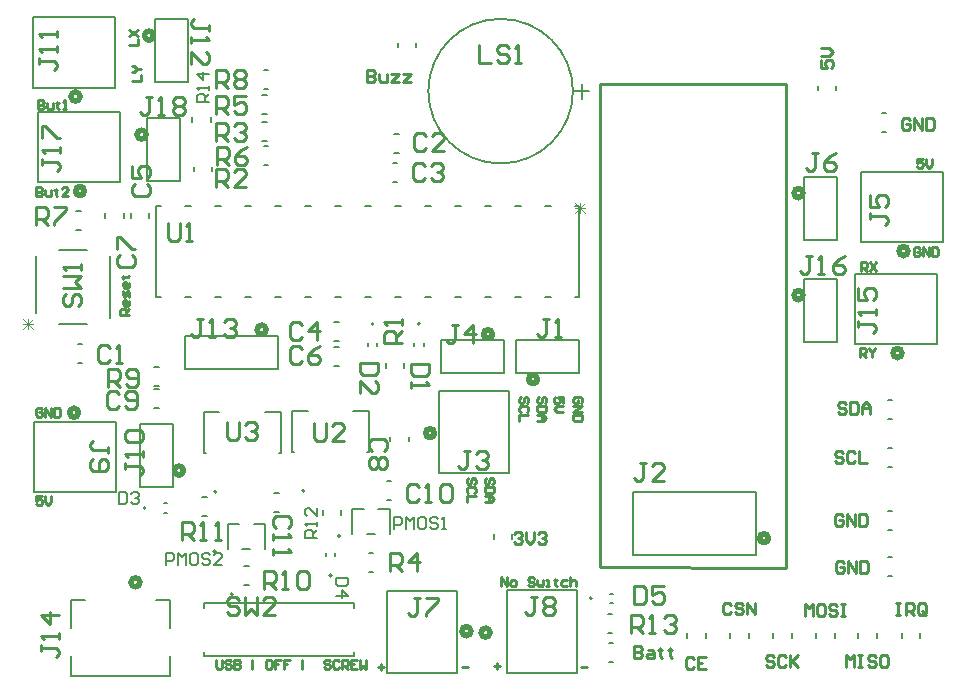
<source format=gbr>
%TF.GenerationSoftware,Altium Limited,Altium Designer,24.10.1 (45)*%
G04 Layer_Color=65535*
%FSLAX25Y25*%
%MOIN*%
%TF.SameCoordinates,9950C81B-CD0A-4F44-AB06-5448DEDD42A1*%
%TF.FilePolarity,Positive*%
%TF.FileFunction,Legend,Top*%
%TF.Part,Single*%
G01*
G75*
%TA.AperFunction,NonConductor*%
%ADD37C,0.02000*%
%ADD38C,0.00787*%
%ADD39C,0.00600*%
%ADD40C,0.00500*%
%ADD41C,0.01000*%
%ADD42C,0.00700*%
%ADD43C,0.00300*%
%ADD44C,0.00800*%
D37*
X253194Y133500D02*
G03*
X253194Y133500I-1500J0D01*
G01*
X141000Y332500D02*
G03*
X141000Y332500I-1500J0D01*
G01*
X392500Y260694D02*
G03*
X392500Y260694I-1500J0D01*
G01*
X178550Y234500D02*
G03*
X178550Y234500I-1500J0D01*
G01*
X118000Y280694D02*
G03*
X118000Y280694I-1500J0D01*
G01*
X246806Y134000D02*
G03*
X246806Y134000I-1500J0D01*
G01*
X138500Y299500D02*
G03*
X138500Y299500I-1500J0D01*
G01*
X151000Y187500D02*
G03*
X151000Y187500I-1500J0D01*
G01*
X234694Y200000D02*
G03*
X234694Y200000I-1500J0D01*
G01*
X357500Y246000D02*
G03*
X357500Y246000I-1500J0D01*
G01*
X116000Y206806D02*
G03*
X116000Y206806I-1500J0D01*
G01*
X390500Y226694D02*
G03*
X390500Y226694I-1500J0D01*
G01*
X116500Y312194D02*
G03*
X116500Y312194I-1500J0D01*
G01*
X136500Y150277D02*
G03*
X136500Y150277I-1500J0D01*
G01*
X357500Y280000D02*
G03*
X357500Y280000I-1500J0D01*
G01*
X254000Y233000D02*
G03*
X254000Y233000I-1500J0D01*
G01*
X269000Y218000D02*
G03*
X269000Y218000I-1500J0D01*
G01*
X346000Y165000D02*
G03*
X346000Y165000I-1500J0D01*
G01*
D38*
X138445Y175000D02*
G03*
X138445Y175000I-394J0D01*
G01*
X287108Y144925D02*
G03*
X287108Y144925I-394J0D01*
G01*
X229894Y236449D02*
G03*
X229894Y236449I-394J0D01*
G01*
X214394D02*
G03*
X214394Y236449I-394J0D01*
G01*
X191339Y180795D02*
G03*
X191339Y180795I-394J0D01*
G01*
X200394Y152551D02*
G03*
X200394Y152551I-394J0D01*
G01*
X161916Y180429D02*
G03*
X161916Y180429I-394J0D01*
G01*
X167433Y146311D02*
G03*
X167433Y146311I-394J0D01*
G01*
D39*
X161800Y160600D02*
G03*
X161800Y160600I-500J0D01*
G01*
X280805Y314000D02*
G03*
X280805Y314000I-24100J0D01*
G01*
X203300Y165600D02*
G03*
X203300Y165600I-500J0D01*
G01*
X228650Y328711D02*
Y330189D01*
X222350Y328711D02*
Y330189D01*
X258694Y120183D02*
Y147583D01*
X282094D01*
Y120183D02*
Y147583D01*
X258694Y120183D02*
X282094D01*
X141500Y317000D02*
Y338000D01*
Y317000D02*
X152500D01*
Y338000D01*
X141500D02*
X152500D01*
X177261Y297350D02*
X178739D01*
X177261Y303650D02*
X178739D01*
X154350Y287261D02*
Y288739D01*
X160650Y287261D02*
Y288739D01*
X160150Y303761D02*
Y305239D01*
X153850Y303761D02*
Y305239D01*
X362350Y314261D02*
Y315739D01*
X368650Y314261D02*
Y315739D01*
X383761Y306650D02*
X385239D01*
X383761Y300350D02*
X385239D01*
X404317Y263694D02*
Y287094D01*
X376917D02*
X404317D01*
X376917Y263694D02*
Y287094D01*
Y263694D02*
X404317D01*
X281402Y245250D02*
X283000D01*
X142000D02*
Y275750D01*
Y245250D02*
X143598D01*
X283000D02*
Y275750D01*
X281410D02*
X283000D01*
X271402D02*
X273590D01*
X261402D02*
X263598D01*
X251402D02*
X253598D01*
X241402D02*
X243598D01*
X231402D02*
X233598D01*
X221402D02*
X223598D01*
X211402D02*
X213598D01*
X201402D02*
X203598D01*
X191402D02*
X193598D01*
X181402D02*
X183598D01*
X171402D02*
X173598D01*
X161402D02*
X163598D01*
X151402D02*
X153598D01*
X142000D02*
X143598D01*
X151402Y245250D02*
X153598D01*
X161402D02*
X163598D01*
X171402D02*
X173598D01*
X181402D02*
X183598D01*
X191402D02*
X193598D01*
X201402D02*
X203598D01*
X211402D02*
X213598D01*
X221402D02*
X223598D01*
X231402D02*
X233598D01*
X241402D02*
X243598D01*
X251402D02*
X253598D01*
X261402D02*
X263598D01*
X271402D02*
X273598D01*
X292511Y139650D02*
X293989D01*
X292511Y133350D02*
X293989D01*
X292761Y123850D02*
X294239D01*
X292761Y130150D02*
X294239D01*
X318850Y131761D02*
Y133239D01*
X325150Y131761D02*
Y133239D01*
X333140Y131761D02*
Y133239D01*
X339440Y131761D02*
Y133239D01*
X347430Y131761D02*
Y133239D01*
X353730Y131761D02*
Y133239D01*
X396650Y131761D02*
Y133239D01*
X390350Y131761D02*
Y133239D01*
X375850Y131761D02*
Y133239D01*
X382150Y131761D02*
Y133239D01*
X361720Y131761D02*
Y133239D01*
X368020Y131761D02*
Y133239D01*
X385761Y188850D02*
X387239D01*
X385761Y195150D02*
X387239D01*
X385761Y204850D02*
X387239D01*
X385761Y211150D02*
X387239D01*
X385761Y167850D02*
X387239D01*
X385761Y174150D02*
X387239D01*
X385761Y152350D02*
X387239D01*
X385761Y158650D02*
X387239D01*
X254350Y164761D02*
Y166239D01*
X260650Y164761D02*
Y166239D01*
X151550Y232500D02*
X182550D01*
X151550Y221500D02*
Y232500D01*
Y221500D02*
X182550D01*
Y232500D01*
X141261Y214650D02*
X142739D01*
X141261Y208350D02*
X142739D01*
X218350Y221761D02*
Y223239D01*
X224650Y221761D02*
Y223239D01*
X181261Y173850D02*
X182739D01*
X181261Y180150D02*
X182739D01*
X165800Y161450D02*
Y169550D01*
X174410D02*
X178200D01*
Y161450D02*
Y169550D01*
X170670Y161450D02*
X173330D01*
X165800Y169550D02*
X169590D01*
X157261Y172350D02*
X158739D01*
X157261Y178650D02*
X158739D01*
X203650Y172761D02*
Y174239D01*
X197350Y172761D02*
Y174239D01*
X219850Y197261D02*
Y198739D01*
X226150Y197261D02*
Y198739D01*
X218761Y177850D02*
X220239D01*
X218761Y184150D02*
X220239D01*
X171261Y149350D02*
X172739D01*
X171261Y155650D02*
X172739D01*
X212761Y153850D02*
X214239D01*
X212761Y160150D02*
X214239D01*
X141261Y222150D02*
X142739D01*
X141261Y215850D02*
X142739D01*
X139650Y271761D02*
Y273239D01*
X133350Y271761D02*
Y273239D01*
X124850Y271761D02*
Y273239D01*
X131150Y271761D02*
Y273239D01*
X115261Y274150D02*
X116739D01*
X115261Y267850D02*
X116739D01*
X129817Y283694D02*
Y307094D01*
X102417D02*
X129817D01*
X102417Y283694D02*
Y307094D01*
Y283694D02*
X129817D01*
X126442Y238510D02*
Y259080D01*
X109515Y261095D02*
X118769D01*
X101842Y240164D02*
Y259080D01*
X109544Y236495D02*
X118769D01*
X283805Y311500D02*
Y316500D01*
X281305Y314000D02*
X286305D01*
X177761Y289350D02*
X179239D01*
X177761Y295650D02*
X179239D01*
X177211Y306350D02*
X178689D01*
X177211Y312650D02*
X178689D01*
X177761Y321150D02*
X179239D01*
X177761Y314850D02*
X179239D01*
X218906Y147317D02*
X242306D01*
X218906Y119917D02*
Y147317D01*
Y119917D02*
X242306D01*
Y147317D01*
X221261Y299600D02*
X222739D01*
X221261Y293300D02*
X222739D01*
X220761Y290100D02*
X222239D01*
X220761Y283800D02*
X222239D01*
X139000Y284000D02*
Y305000D01*
Y284000D02*
X150000D01*
Y305000D01*
X139000D02*
X150000D01*
X136500Y182000D02*
X147500D01*
X136500D02*
Y203000D01*
X147500D01*
Y182000D02*
Y203000D01*
X201261Y230850D02*
X202739D01*
X201261Y237150D02*
X202739D01*
X201311Y222350D02*
X202789D01*
X201311Y228650D02*
X202789D01*
X207300Y166450D02*
Y174550D01*
X215910D02*
X219700D01*
Y166450D02*
Y174550D01*
X212170Y166450D02*
X214830D01*
X207300Y174550D02*
X211090D01*
X236194Y186683D02*
X259594D01*
Y214083D01*
X236194D02*
X259594D01*
X236194Y186683D02*
Y214083D01*
X358000Y230500D02*
Y251500D01*
Y230500D02*
X369000D01*
Y251500D01*
X358000D02*
X369000D01*
X101183Y180406D02*
Y203806D01*
Y180406D02*
X128583D01*
Y203806D01*
X101183D02*
X128583D01*
X402317Y229694D02*
Y253094D01*
X374917D02*
X402317D01*
X374917Y229694D02*
Y253094D01*
Y229694D02*
X402317D01*
X128317Y315194D02*
Y338594D01*
X100917D02*
X128317D01*
X100917Y315194D02*
Y338594D01*
Y315194D02*
X128317D01*
X115761Y223350D02*
X117239D01*
X115761Y229650D02*
X117239D01*
X113350Y119186D02*
Y125847D01*
Y144386D02*
X118298D01*
X146650Y135153D02*
Y144386D01*
X113350Y119186D02*
X146650D01*
X141701Y144386D02*
X146650D01*
X113350Y135153D02*
Y144386D01*
X146650Y119186D02*
Y125847D01*
X358000Y264500D02*
Y285500D01*
Y264500D02*
X369000D01*
Y285500D01*
X358000D02*
X369000D01*
X237000Y231000D02*
X258000D01*
X237000Y220000D02*
Y231000D01*
Y220000D02*
X258000D01*
Y231000D01*
X262000Y220000D02*
X283000D01*
Y231000D01*
X262000D02*
X283000D01*
X262000Y220000D02*
Y231000D01*
X342000Y159500D02*
Y180421D01*
X301000Y159500D02*
X342000D01*
X301000D02*
Y180421D01*
X342000D01*
D40*
X144587Y176575D02*
X145413D01*
X144587Y173425D02*
X145413D01*
X293250Y146500D02*
X294077D01*
X293250Y143350D02*
X294077D01*
X231075Y229087D02*
Y229913D01*
X227925Y229087D02*
Y229913D01*
X215575Y229087D02*
Y229913D01*
X212425Y229087D02*
Y229913D01*
X187205Y193610D02*
X187854D01*
X212146D02*
X212795D01*
X187205Y207390D02*
X192382D01*
X207618D02*
X212795D01*
X187205Y193610D02*
Y207390D01*
X212795Y193610D02*
Y207390D01*
X198425Y159087D02*
Y159913D01*
X201575Y159087D02*
Y159913D01*
X157782Y193244D02*
X158431D01*
X182723D02*
X183372D01*
X157782Y207023D02*
X162959D01*
X178195D02*
X183372D01*
X157782Y193244D02*
Y207023D01*
X183372Y193244D02*
Y207023D01*
X157787Y141783D02*
Y143358D01*
X207787D01*
Y141783D02*
Y143358D01*
X157787Y125642D02*
Y127216D01*
Y125642D02*
X207787D01*
Y127216D01*
D41*
X290000Y155500D02*
Y316500D01*
X352000D01*
Y155000D02*
Y316500D01*
X351000Y155000D02*
X352000D01*
X290000Y155500D02*
X351000Y155000D01*
X212169Y320999D02*
Y317001D01*
X214168D01*
X214835Y317667D01*
Y318334D01*
X214168Y319000D01*
X212169D01*
X214168D01*
X214835Y319666D01*
Y320333D01*
X214168Y320999D01*
X212169D01*
X216168Y319666D02*
Y317667D01*
X216834Y317001D01*
X218834D01*
Y319666D01*
X220166D02*
X222832D01*
X220166Y317001D01*
X222832D01*
X224165Y319666D02*
X226831D01*
X224165Y317001D01*
X226831D01*
X283500Y122000D02*
X285499D01*
X244000D02*
X245999D01*
X216000Y122000D02*
X217999D01*
X217000Y122999D02*
Y121000D01*
X269000Y145499D02*
X267001D01*
X268001D01*
Y140501D01*
X267001Y139501D01*
X266001D01*
X265002Y140501D01*
X271000Y144499D02*
X271999Y145499D01*
X273999D01*
X274998Y144499D01*
Y143500D01*
X273999Y142500D01*
X274998Y141500D01*
Y140501D01*
X273999Y139501D01*
X271999D01*
X271000Y140501D01*
Y141500D01*
X271999Y142500D01*
X271000Y143500D01*
Y144499D01*
X271999Y142500D02*
X273999D01*
X254500Y122500D02*
X256499D01*
X255500Y123499D02*
Y121500D01*
X162000Y124499D02*
Y122000D01*
X162500Y121500D01*
X163499D01*
X163999Y122000D01*
Y124499D01*
X166998Y123999D02*
X166499Y124499D01*
X165499D01*
X164999Y123999D01*
Y123499D01*
X165499Y123000D01*
X166499D01*
X166998Y122500D01*
Y122000D01*
X166499Y121500D01*
X165499D01*
X164999Y122000D01*
X167998Y124499D02*
Y121500D01*
X169498D01*
X169997Y122000D01*
Y122500D01*
X169498Y123000D01*
X167998D01*
X169498D01*
X169997Y123499D01*
Y123999D01*
X169498Y124499D01*
X167998D01*
X173996D02*
Y121500D01*
X179994Y124499D02*
X178995D01*
X178495Y123999D01*
Y122000D01*
X178995Y121500D01*
X179994D01*
X180494Y122000D01*
Y123999D01*
X179994Y124499D01*
X183493D02*
X181494D01*
Y123000D01*
X182493D01*
X181494D01*
Y121500D01*
X186492Y124499D02*
X184493D01*
Y123000D01*
X185492D01*
X184493D01*
Y121500D01*
X190491Y124499D02*
Y121500D01*
X199988Y123999D02*
X199488Y124499D01*
X198488D01*
X197988Y123999D01*
Y123499D01*
X198488Y123000D01*
X199488D01*
X199988Y122500D01*
Y122000D01*
X199488Y121500D01*
X198488D01*
X197988Y122000D01*
X202987Y123999D02*
X202487Y124499D01*
X201487D01*
X200987Y123999D01*
Y122000D01*
X201487Y121500D01*
X202487D01*
X202987Y122000D01*
X203986Y121500D02*
Y124499D01*
X205486D01*
X205986Y123999D01*
Y123000D01*
X205486Y122500D01*
X203986D01*
X204986D02*
X205986Y121500D01*
X208985Y124499D02*
X206985D01*
Y121500D01*
X208985D01*
X206985Y123000D02*
X207985D01*
X209984Y124499D02*
Y121500D01*
X210984Y122500D01*
X211984Y121500D01*
Y124499D01*
X257000Y149000D02*
Y151999D01*
X258999Y149000D01*
Y151999D01*
X260499Y149000D02*
X261498D01*
X261998Y149500D01*
Y150499D01*
X261498Y150999D01*
X260499D01*
X259999Y150499D01*
Y149500D01*
X260499Y149000D01*
X267996Y151499D02*
X267497Y151999D01*
X266497D01*
X265997Y151499D01*
Y150999D01*
X266497Y150499D01*
X267497D01*
X267996Y150000D01*
Y149500D01*
X267497Y149000D01*
X266497D01*
X265997Y149500D01*
X268996Y150999D02*
Y149500D01*
X269496Y149000D01*
X269996Y149500D01*
X270496Y149000D01*
X270995Y149500D01*
Y150999D01*
X271995Y149000D02*
X272995D01*
X272495D01*
Y150999D01*
X271995D01*
X274994Y151499D02*
Y150999D01*
X274494D01*
X275494D01*
X274994D01*
Y149500D01*
X275494Y149000D01*
X278993Y150999D02*
X277493D01*
X276993Y150499D01*
Y149500D01*
X277493Y149000D01*
X278993D01*
X279993Y151999D02*
Y149000D01*
Y150499D01*
X280492Y150999D01*
X281492D01*
X281992Y150499D01*
Y149000D01*
X376500Y225500D02*
Y228499D01*
X377999D01*
X378499Y227999D01*
Y226999D01*
X377999Y226500D01*
X376500D01*
X377500D02*
X378499Y225500D01*
X379499Y228499D02*
Y227999D01*
X380499Y226999D01*
X381498Y227999D01*
Y228499D01*
X380499Y226999D02*
Y225500D01*
X377000Y254000D02*
Y256999D01*
X378500D01*
X378999Y256499D01*
Y255500D01*
X378500Y255000D01*
X377000D01*
X378000D02*
X378999Y254000D01*
X379999Y256999D02*
X381998Y254000D01*
Y256999D02*
X379999Y254000D01*
X396499Y261499D02*
X396000Y261999D01*
X395000D01*
X394500Y261499D01*
Y259500D01*
X395000Y259000D01*
X396000D01*
X396499Y259500D01*
Y260500D01*
X395500D01*
X397499Y259000D02*
Y261999D01*
X399498Y259000D01*
Y261999D01*
X400498D02*
Y259000D01*
X401998D01*
X402497Y259500D01*
Y261499D01*
X401998Y261999D01*
X400498D01*
X397499Y291499D02*
X395500D01*
Y290000D01*
X396500Y290499D01*
X397000D01*
X397499Y290000D01*
Y289000D01*
X397000Y288500D01*
X396000D01*
X395500Y289000D01*
X398499Y291499D02*
Y289500D01*
X399499Y288500D01*
X400498Y289500D01*
Y291499D01*
X133001Y329500D02*
X136000D01*
Y331499D01*
X133001Y332499D02*
X136000Y334498D01*
X133001D02*
X136000Y332499D01*
X159499Y333999D02*
Y335998D01*
Y334998D01*
X154501D01*
X153501Y335998D01*
Y336998D01*
X154501Y337998D01*
X153501Y331999D02*
Y330000D01*
Y331000D01*
X159499D01*
X158499Y331999D01*
X153501Y323002D02*
Y327001D01*
X157500Y323002D01*
X158499D01*
X159499Y324002D01*
Y326002D01*
X158499Y327001D01*
X134001Y317500D02*
X137000D01*
Y319499D01*
X134001Y320499D02*
X134501D01*
X135501Y321499D01*
X134501Y322498D01*
X134001D01*
X135501Y321499D02*
X137000D01*
X102500Y310999D02*
Y308000D01*
X103999D01*
X104499Y308500D01*
Y309000D01*
X103999Y309500D01*
X102500D01*
X103999D01*
X104499Y309999D01*
Y310499D01*
X103999Y310999D01*
X102500D01*
X105499Y309999D02*
Y308500D01*
X105999Y308000D01*
X107498D01*
Y309999D01*
X108998Y310499D02*
Y309999D01*
X108498D01*
X109498D01*
X108998D01*
Y308500D01*
X109498Y308000D01*
X110997D02*
X111997D01*
X111497D01*
Y310999D01*
X110997Y310499D01*
X102000Y281999D02*
Y279000D01*
X103499D01*
X103999Y279500D01*
Y280000D01*
X103499Y280500D01*
X102000D01*
X103499D01*
X103999Y280999D01*
Y281499D01*
X103499Y281999D01*
X102000D01*
X104999Y280999D02*
Y279500D01*
X105499Y279000D01*
X106998D01*
Y280999D01*
X108498Y281499D02*
Y280999D01*
X107998D01*
X108998D01*
X108498D01*
Y279500D01*
X108998Y279000D01*
X112497D02*
X110497D01*
X112497Y280999D01*
Y281499D01*
X111997Y281999D01*
X110997D01*
X110497Y281499D01*
X162002Y297501D02*
Y303499D01*
X165001D01*
X166000Y302499D01*
Y300500D01*
X165001Y299500D01*
X162002D01*
X164001D02*
X166000Y297501D01*
X168000Y302499D02*
X168999Y303499D01*
X170999D01*
X171998Y302499D01*
Y301500D01*
X170999Y300500D01*
X169999D01*
X170999D01*
X171998Y299500D01*
Y298501D01*
X170999Y297501D01*
X168999D01*
X168000Y298501D01*
X162002Y282001D02*
Y287999D01*
X165001D01*
X166000Y286999D01*
Y285000D01*
X165001Y284000D01*
X162002D01*
X164001D02*
X166000Y282001D01*
X171998D02*
X168000D01*
X171998Y286000D01*
Y286999D01*
X170999Y287999D01*
X168999D01*
X168000Y286999D01*
X133000Y239500D02*
X130001D01*
Y241000D01*
X130501Y241499D01*
X131500D01*
X132000Y241000D01*
Y239500D01*
Y240500D02*
X133000Y241499D01*
Y243999D02*
Y242999D01*
X132500Y242499D01*
X131500D01*
X131001Y242999D01*
Y243999D01*
X131500Y244498D01*
X132000D01*
Y242499D01*
X133000Y245498D02*
Y246998D01*
X132500Y247497D01*
X132000Y246998D01*
Y245998D01*
X131500Y245498D01*
X131001Y245998D01*
Y247497D01*
X133000Y249997D02*
Y248997D01*
X132500Y248497D01*
X131500D01*
X131001Y248997D01*
Y249997D01*
X131500Y250496D01*
X132000D01*
Y248497D01*
X130501Y251996D02*
X131001D01*
Y251496D01*
Y252496D01*
Y251996D01*
X132500D01*
X133000Y252496D01*
X103999Y178999D02*
X102000D01*
Y177499D01*
X103000Y177999D01*
X103499D01*
X103999Y177499D01*
Y176500D01*
X103499Y176000D01*
X102500D01*
X102000Y176500D01*
X104999Y178999D02*
Y177000D01*
X105999Y176000D01*
X106998Y177000D01*
Y178999D01*
X103999Y207999D02*
X103499Y208499D01*
X102500D01*
X102000Y207999D01*
Y206000D01*
X102500Y205500D01*
X103499D01*
X103999Y206000D01*
Y206999D01*
X103000D01*
X104999Y205500D02*
Y208499D01*
X106998Y205500D01*
Y208499D01*
X107998D02*
Y205500D01*
X109498D01*
X109997Y206000D01*
Y207999D01*
X109498Y208499D01*
X107998D01*
X253999Y183001D02*
X254499Y183501D01*
Y184500D01*
X253999Y185000D01*
X253499D01*
X252999Y184500D01*
Y183501D01*
X252500Y183001D01*
X252000D01*
X251500Y183501D01*
Y184500D01*
X252000Y185000D01*
X254499Y182001D02*
X251500D01*
Y180501D01*
X252000Y180002D01*
X253999D01*
X254499Y180501D01*
Y182001D01*
X251500Y179002D02*
X253499D01*
X254499Y178002D01*
X253499Y177003D01*
X251500D01*
X252999D01*
Y179002D01*
X247999Y183001D02*
X248499Y183501D01*
Y184500D01*
X247999Y185000D01*
X247499D01*
X247000Y184500D01*
Y183501D01*
X246500Y183001D01*
X246000D01*
X245500Y183501D01*
Y184500D01*
X246000Y185000D01*
X247999Y180002D02*
X248499Y180501D01*
Y181501D01*
X247999Y182001D01*
X246000D01*
X245500Y181501D01*
Y180501D01*
X246000Y180002D01*
X248499Y179002D02*
X245500D01*
Y177003D01*
X265499Y210001D02*
X265999Y210501D01*
Y211500D01*
X265499Y212000D01*
X264999D01*
X264499Y211500D01*
Y210501D01*
X264000Y210001D01*
X263500D01*
X263000Y210501D01*
Y211500D01*
X263500Y212000D01*
X265499Y207002D02*
X265999Y207502D01*
Y208501D01*
X265499Y209001D01*
X263500D01*
X263000Y208501D01*
Y207502D01*
X263500Y207002D01*
X265999Y206002D02*
X263000D01*
Y204003D01*
X271499Y210001D02*
X271999Y210501D01*
Y211500D01*
X271499Y212000D01*
X270999D01*
X270499Y211500D01*
Y210501D01*
X270000Y210001D01*
X269500D01*
X269000Y210501D01*
Y211500D01*
X269500Y212000D01*
X271999Y209001D02*
X269000D01*
Y207502D01*
X269500Y207002D01*
X271499D01*
X271999Y207502D01*
Y209001D01*
X269000Y206002D02*
X270999D01*
X271999Y205002D01*
X270999Y204003D01*
X269000D01*
X270499D01*
Y206002D01*
X277499Y210001D02*
Y212000D01*
X275999D01*
X276499Y211000D01*
Y210501D01*
X275999Y210001D01*
X275000D01*
X274500Y210501D01*
Y211500D01*
X275000Y212000D01*
X277499Y209001D02*
X275500D01*
X274500Y208001D01*
X275500Y207002D01*
X277499D01*
X283499Y210001D02*
X283999Y210501D01*
Y211500D01*
X283499Y212000D01*
X281500D01*
X281000Y211500D01*
Y210501D01*
X281500Y210001D01*
X282500D01*
Y211000D01*
X281000Y209001D02*
X283999D01*
X281000Y207002D01*
X283999D01*
Y206002D02*
X281000D01*
Y204502D01*
X281500Y204003D01*
X283499D01*
X283999Y204502D01*
Y206002D01*
X363501Y324334D02*
Y321668D01*
X365500D01*
X364834Y323001D01*
Y323667D01*
X365500Y324334D01*
X366833D01*
X367499Y323667D01*
Y322334D01*
X366833Y321668D01*
X363501Y325666D02*
X366166D01*
X367499Y326999D01*
X366166Y328332D01*
X363501D01*
X393334Y304333D02*
X392668Y304999D01*
X391335D01*
X390668Y304333D01*
Y301667D01*
X391335Y301001D01*
X392668D01*
X393334Y301667D01*
Y303000D01*
X392001D01*
X394667Y301001D02*
Y304999D01*
X397333Y301001D01*
Y304999D01*
X398666D02*
Y301001D01*
X400665D01*
X401332Y301667D01*
Y304333D01*
X400665Y304999D01*
X398666D01*
X380001Y273500D02*
Y271501D01*
Y272501D01*
X384999D01*
X385999Y271501D01*
Y270501D01*
X384999Y269502D01*
X380001Y279498D02*
Y275500D01*
X383000D01*
X382000Y277499D01*
Y278499D01*
X383000Y279498D01*
X384999D01*
X385999Y278499D01*
Y276499D01*
X384999Y275500D01*
X146001Y269999D02*
Y265001D01*
X147001Y264001D01*
X149000D01*
X150000Y265001D01*
Y269999D01*
X151999Y264001D02*
X153999D01*
X152999D01*
Y269999D01*
X151999Y268999D01*
X300252Y133501D02*
Y139499D01*
X303252D01*
X304251Y138499D01*
Y136500D01*
X303252Y135500D01*
X300252D01*
X302252D02*
X304251Y133501D01*
X306251D02*
X308250D01*
X307250D01*
Y139499D01*
X306251Y138499D01*
X311249D02*
X312248Y139499D01*
X314248D01*
X315248Y138499D01*
Y137500D01*
X314248Y136500D01*
X313248D01*
X314248D01*
X315248Y135500D01*
Y134501D01*
X314248Y133501D01*
X312248D01*
X311249Y134501D01*
X301169Y128999D02*
Y125001D01*
X303168D01*
X303835Y125667D01*
Y126333D01*
X303168Y127000D01*
X301169D01*
X303168D01*
X303835Y127666D01*
Y128333D01*
X303168Y128999D01*
X301169D01*
X305834Y127666D02*
X307167D01*
X307833Y127000D01*
Y125001D01*
X305834D01*
X305167Y125667D01*
X305834Y126333D01*
X307833D01*
X309833Y128333D02*
Y127666D01*
X309166D01*
X310499D01*
X309833D01*
Y125667D01*
X310499Y125001D01*
X313165Y128333D02*
Y127666D01*
X312498D01*
X313831D01*
X313165D01*
Y125667D01*
X313831Y125001D01*
X321334Y124833D02*
X320667Y125499D01*
X319334D01*
X318668Y124833D01*
Y122167D01*
X319334Y121501D01*
X320667D01*
X321334Y122167D01*
X325332Y125499D02*
X322667D01*
Y121501D01*
X325332D01*
X322667Y123500D02*
X323999D01*
X333624Y142883D02*
X332958Y143549D01*
X331625D01*
X330958Y142883D01*
Y140217D01*
X331625Y139551D01*
X332958D01*
X333624Y140217D01*
X337623Y142883D02*
X336956Y143549D01*
X335624D01*
X334957Y142883D01*
Y142217D01*
X335624Y141550D01*
X336956D01*
X337623Y140884D01*
Y140217D01*
X336956Y139551D01*
X335624D01*
X334957Y140217D01*
X338956Y139551D02*
Y143549D01*
X341622Y139551D01*
Y143549D01*
X347914Y125333D02*
X347248Y125999D01*
X345915D01*
X345248Y125333D01*
Y124667D01*
X345915Y124000D01*
X347248D01*
X347914Y123334D01*
Y122667D01*
X347248Y122001D01*
X345915D01*
X345248Y122667D01*
X351913Y125333D02*
X351247Y125999D01*
X349914D01*
X349247Y125333D01*
Y122667D01*
X349914Y122001D01*
X351247D01*
X351913Y122667D01*
X353246Y125999D02*
Y122001D01*
Y123334D01*
X355912Y125999D01*
X353912Y124000D01*
X355912Y122001D01*
X388502Y143499D02*
X389834D01*
X389168D01*
Y139501D01*
X388502D01*
X389834D01*
X391834D02*
Y143499D01*
X393833D01*
X394500Y142833D01*
Y141500D01*
X393833Y140833D01*
X391834D01*
X393167D02*
X394500Y139501D01*
X398498Y140167D02*
Y142833D01*
X397832Y143499D01*
X396499D01*
X395833Y142833D01*
Y140167D01*
X396499Y139501D01*
X397832D01*
X397165Y140833D02*
X398498Y139501D01*
X397832D02*
X398498Y140167D01*
X372002Y122001D02*
Y125999D01*
X373335Y124667D01*
X374668Y125999D01*
Y122001D01*
X376001Y125999D02*
X377334D01*
X376667D01*
Y122001D01*
X376001D01*
X377334D01*
X381999Y125333D02*
X381333Y125999D01*
X380000D01*
X379333Y125333D01*
Y124667D01*
X380000Y124000D01*
X381333D01*
X381999Y123334D01*
Y122667D01*
X381333Y122001D01*
X380000D01*
X379333Y122667D01*
X385331Y125999D02*
X383998D01*
X383332Y125333D01*
Y122667D01*
X383998Y122001D01*
X385331D01*
X385998Y122667D01*
Y125333D01*
X385331Y125999D01*
X358155Y139001D02*
Y142999D01*
X359488Y141666D01*
X360821Y142999D01*
Y139001D01*
X364154Y142999D02*
X362821D01*
X362154Y142333D01*
Y139667D01*
X362821Y139001D01*
X364154D01*
X364820Y139667D01*
Y142333D01*
X364154Y142999D01*
X368819Y142333D02*
X368152Y142999D01*
X366819D01*
X366153Y142333D01*
Y141666D01*
X366819Y141000D01*
X368152D01*
X368819Y140333D01*
Y139667D01*
X368152Y139001D01*
X366819D01*
X366153Y139667D01*
X370152Y142999D02*
X371484D01*
X370818D01*
Y139001D01*
X370152D01*
X371484D01*
X370834Y193333D02*
X370168Y193999D01*
X368835D01*
X368168Y193333D01*
Y192666D01*
X368835Y192000D01*
X370168D01*
X370834Y191333D01*
Y190667D01*
X370168Y190001D01*
X368835D01*
X368168Y190667D01*
X374833Y193333D02*
X374166Y193999D01*
X372834D01*
X372167Y193333D01*
Y190667D01*
X372834Y190001D01*
X374166D01*
X374833Y190667D01*
X376166Y193999D02*
Y190001D01*
X378832D01*
X371834Y209833D02*
X371168Y210499D01*
X369835D01*
X369168Y209833D01*
Y209166D01*
X369835Y208500D01*
X371168D01*
X371834Y207834D01*
Y207167D01*
X371168Y206501D01*
X369835D01*
X369168Y207167D01*
X373167Y210499D02*
Y206501D01*
X375166D01*
X375833Y207167D01*
Y209833D01*
X375166Y210499D01*
X373167D01*
X377166Y206501D02*
Y209166D01*
X378499Y210499D01*
X379832Y209166D01*
Y206501D01*
Y208500D01*
X377166D01*
X370784Y172333D02*
X370118Y172999D01*
X368785D01*
X368118Y172333D01*
Y169667D01*
X368785Y169001D01*
X370118D01*
X370784Y169667D01*
Y171000D01*
X369451D01*
X372117Y169001D02*
Y172999D01*
X374783Y169001D01*
Y172999D01*
X376116D02*
Y169001D01*
X378115D01*
X378782Y169667D01*
Y172333D01*
X378115Y172999D01*
X376116D01*
X371334Y156833D02*
X370668Y157499D01*
X369335D01*
X368668Y156833D01*
Y154167D01*
X369335Y153501D01*
X370668D01*
X371334Y154167D01*
Y155500D01*
X370001D01*
X372667Y153501D02*
Y157499D01*
X375333Y153501D01*
Y157499D01*
X376666D02*
Y153501D01*
X378665D01*
X379332Y154167D01*
Y156833D01*
X378665Y157499D01*
X376666D01*
X261168Y166383D02*
X261835Y167049D01*
X263168D01*
X263834Y166383D01*
Y165717D01*
X263168Y165050D01*
X262501D01*
X263168D01*
X263834Y164383D01*
Y163717D01*
X263168Y163051D01*
X261835D01*
X261168Y163717D01*
X265167Y167049D02*
Y164383D01*
X266500Y163051D01*
X267833Y164383D01*
Y167049D01*
X269166Y166383D02*
X269832Y167049D01*
X271165D01*
X271832Y166383D01*
Y165717D01*
X271165Y165050D01*
X270499D01*
X271165D01*
X271832Y164383D01*
Y163717D01*
X271165Y163051D01*
X269832D01*
X269166Y163717D01*
X157501Y237999D02*
X155502D01*
X156501D01*
Y233001D01*
X155502Y232001D01*
X154502D01*
X153502Y233001D01*
X159501Y232001D02*
X161500D01*
X160500D01*
Y237999D01*
X159501Y236999D01*
X164499D02*
X165499Y237999D01*
X167498D01*
X168498Y236999D01*
Y236000D01*
X167498Y235000D01*
X166498D01*
X167498D01*
X168498Y234000D01*
Y233001D01*
X167498Y232001D01*
X165499D01*
X164499Y233001D01*
X129500Y212999D02*
X128501Y213999D01*
X126501D01*
X125502Y212999D01*
Y209001D01*
X126501Y208001D01*
X128501D01*
X129500Y209001D01*
X131500D02*
X132499Y208001D01*
X134499D01*
X135498Y209001D01*
Y212999D01*
X134499Y213999D01*
X132499D01*
X131500Y212999D01*
Y212000D01*
X132499Y211000D01*
X135498D01*
X301165Y148924D02*
Y142926D01*
X304164D01*
X305164Y143926D01*
Y147924D01*
X304164Y148924D01*
X301165D01*
X311162D02*
X307163D01*
Y145925D01*
X309162Y146925D01*
X310162D01*
X311162Y145925D01*
Y143926D01*
X310162Y142926D01*
X308163D01*
X307163Y143926D01*
X223999Y230001D02*
X218001D01*
Y233000D01*
X219001Y234000D01*
X221000D01*
X222000Y233000D01*
Y230001D01*
Y232001D02*
X223999Y234000D01*
Y235999D02*
Y237999D01*
Y236999D01*
X218001D01*
X219001Y235999D01*
X232999Y222999D02*
X227001D01*
Y220000D01*
X228001Y219000D01*
X231999D01*
X232999Y220000D01*
Y222999D01*
X227001Y217001D02*
Y215001D01*
Y216001D01*
X232999D01*
X231999Y217001D01*
X215999Y223498D02*
X210001D01*
Y220499D01*
X211001Y219500D01*
X214999D01*
X215999Y220499D01*
Y223498D01*
X210001Y213502D02*
Y217500D01*
X214000Y213502D01*
X214999D01*
X215999Y214501D01*
Y216501D01*
X214999Y217500D01*
X185999Y168499D02*
X186999Y169499D01*
Y171498D01*
X185999Y172498D01*
X182001D01*
X181001Y171498D01*
Y169499D01*
X182001Y168499D01*
X181001Y166500D02*
Y164500D01*
Y165500D01*
X186999D01*
X185999Y166500D01*
X181001Y161501D02*
Y159502D01*
Y160502D01*
X186999D01*
X185999Y161501D01*
X150502Y164501D02*
Y170499D01*
X153501D01*
X154501Y169499D01*
Y167500D01*
X153501Y166500D01*
X150502D01*
X152501D02*
X154501Y164501D01*
X156500D02*
X158500D01*
X157500D01*
Y170499D01*
X156500Y169499D01*
X161499Y164501D02*
X163498D01*
X162498D01*
Y170499D01*
X161499Y169499D01*
X194502Y203499D02*
Y198501D01*
X195501Y197501D01*
X197501D01*
X198500Y198501D01*
Y203499D01*
X204498Y197501D02*
X200500D01*
X204498Y201500D01*
Y202499D01*
X203499Y203499D01*
X201499D01*
X200500Y202499D01*
X217999Y194000D02*
X218999Y194999D01*
Y196999D01*
X217999Y197998D01*
X214001D01*
X213001Y196999D01*
Y194999D01*
X214001Y194000D01*
X217999Y192000D02*
X218999Y191001D01*
Y189001D01*
X217999Y188002D01*
X217000D01*
X216000Y189001D01*
X215000Y188002D01*
X214001D01*
X213001Y189001D01*
Y191001D01*
X214001Y192000D01*
X215000D01*
X216000Y191001D01*
X217000Y192000D01*
X217999D01*
X216000Y191001D02*
Y189001D01*
X229501Y181999D02*
X228502Y182999D01*
X226502D01*
X225502Y181999D01*
Y178001D01*
X226502Y177001D01*
X228502D01*
X229501Y178001D01*
X231501Y177001D02*
X233500D01*
X232500D01*
Y182999D01*
X231501Y181999D01*
X236499D02*
X237498Y182999D01*
X239498D01*
X240498Y181999D01*
Y178001D01*
X239498Y177001D01*
X237498D01*
X236499Y178001D01*
Y181999D01*
X165578Y203762D02*
Y198764D01*
X166578Y197764D01*
X168578D01*
X169577Y198764D01*
Y203762D01*
X171577Y202763D02*
X172576Y203762D01*
X174576D01*
X175575Y202763D01*
Y201763D01*
X174576Y200763D01*
X173576D01*
X174576D01*
X175575Y199764D01*
Y198764D01*
X174576Y197764D01*
X172576D01*
X171577Y198764D01*
X178002Y148001D02*
Y153999D01*
X181001D01*
X182001Y152999D01*
Y151000D01*
X181001Y150000D01*
X178002D01*
X180002D02*
X182001Y148001D01*
X184001D02*
X186000D01*
X185000D01*
Y153999D01*
X184001Y152999D01*
X188999D02*
X189999Y153999D01*
X191998D01*
X192998Y152999D01*
Y149001D01*
X191998Y148001D01*
X189999D01*
X188999Y149001D01*
Y152999D01*
X220002Y154001D02*
Y159999D01*
X223001D01*
X224000Y158999D01*
Y157000D01*
X223001Y156000D01*
X220002D01*
X222001D02*
X224000Y154001D01*
X228999D02*
Y159999D01*
X226000Y157000D01*
X229998D01*
X126002Y215501D02*
Y221499D01*
X129001D01*
X130000Y220499D01*
Y218500D01*
X129001Y217500D01*
X126002D01*
X128001D02*
X130000Y215501D01*
X132000Y216501D02*
X132999Y215501D01*
X134999D01*
X135998Y216501D01*
Y220499D01*
X134999Y221499D01*
X132999D01*
X132000Y220499D01*
Y219500D01*
X132999Y218500D01*
X135998D01*
X169541Y144499D02*
X168541Y145499D01*
X166542D01*
X165542Y144499D01*
Y143500D01*
X166542Y142500D01*
X168541D01*
X169541Y141500D01*
Y140501D01*
X168541Y139501D01*
X166542D01*
X165542Y140501D01*
X171540Y145499D02*
Y139501D01*
X173539Y141500D01*
X175539Y139501D01*
Y145499D01*
X181537Y139501D02*
X177538D01*
X181537Y143500D01*
Y144499D01*
X180537Y145499D01*
X178538D01*
X177538Y144499D01*
X135001Y283000D02*
X134001Y282001D01*
Y280001D01*
X135001Y279002D01*
X138999D01*
X139999Y280001D01*
Y282001D01*
X138999Y283000D01*
X134001Y288998D02*
Y285000D01*
X137000D01*
X136000Y286999D01*
Y287999D01*
X137000Y288998D01*
X138999D01*
X139999Y287999D01*
Y285999D01*
X138999Y285000D01*
X130001Y259500D02*
X129001Y258501D01*
Y256501D01*
X130001Y255502D01*
X133999D01*
X134999Y256501D01*
Y258501D01*
X133999Y259500D01*
X129001Y261500D02*
Y265498D01*
X130001D01*
X133999Y261500D01*
X134999D01*
X102002Y269501D02*
Y275499D01*
X105001D01*
X106000Y274499D01*
Y272500D01*
X105001Y271500D01*
X102002D01*
X104001D02*
X106000Y269501D01*
X108000Y275499D02*
X111998D01*
Y274499D01*
X108000Y270501D01*
Y269501D01*
X104001Y291501D02*
Y289502D01*
Y290501D01*
X108999D01*
X109999Y289502D01*
Y288502D01*
X108999Y287502D01*
X109999Y293500D02*
Y295500D01*
Y294500D01*
X104001D01*
X105001Y293500D01*
X104001Y298499D02*
Y302498D01*
X105001D01*
X108999Y298499D01*
X109999D01*
X112001Y246501D02*
X111001Y245501D01*
Y243502D01*
X112001Y242502D01*
X113000D01*
X114000Y243502D01*
Y245501D01*
X115000Y246501D01*
X115999D01*
X116999Y245501D01*
Y243502D01*
X115999Y242502D01*
X111001Y248500D02*
X116999D01*
X115000Y250500D01*
X116999Y252499D01*
X111001D01*
X116999Y254498D02*
Y256498D01*
Y255498D01*
X111001D01*
X112001Y254498D01*
X249502Y329499D02*
Y323501D01*
X253501D01*
X259499Y328499D02*
X258499Y329499D01*
X256500D01*
X255500Y328499D01*
Y327500D01*
X256500Y326500D01*
X258499D01*
X259499Y325500D01*
Y324501D01*
X258499Y323501D01*
X256500D01*
X255500Y324501D01*
X261498Y323501D02*
X263498D01*
X262498D01*
Y329499D01*
X261498Y328499D01*
X162252Y289501D02*
Y295499D01*
X165251D01*
X166250Y294499D01*
Y292500D01*
X165251Y291500D01*
X162252D01*
X164251D02*
X166250Y289501D01*
X172248Y295499D02*
X170249Y294499D01*
X168250Y292500D01*
Y290501D01*
X169249Y289501D01*
X171249D01*
X172248Y290501D01*
Y291500D01*
X171249Y292500D01*
X168250D01*
X161952Y306501D02*
Y312499D01*
X164951D01*
X165950Y311499D01*
Y309500D01*
X164951Y308500D01*
X161952D01*
X163951D02*
X165950Y306501D01*
X171948Y312499D02*
X167950D01*
Y309500D01*
X169949Y310500D01*
X170949D01*
X171948Y309500D01*
Y307501D01*
X170949Y306501D01*
X168949D01*
X167950Y307501D01*
X162002Y315001D02*
Y320999D01*
X165001D01*
X166000Y319999D01*
Y318000D01*
X165001Y317000D01*
X162002D01*
X164001D02*
X166000Y315001D01*
X168000Y319999D02*
X168999Y320999D01*
X170999D01*
X171998Y319999D01*
Y319000D01*
X170999Y318000D01*
X171998Y317000D01*
Y316001D01*
X170999Y315001D01*
X168999D01*
X168000Y316001D01*
Y317000D01*
X168999Y318000D01*
X168000Y319000D01*
Y319999D01*
X168999Y318000D02*
X170999D01*
X230000Y144999D02*
X228001D01*
X229001D01*
Y140001D01*
X228001Y139001D01*
X227001D01*
X226002Y140001D01*
X232000Y144999D02*
X235998D01*
Y143999D01*
X232000Y140001D01*
Y139001D01*
X232000Y298949D02*
X231001Y299949D01*
X229001D01*
X228002Y298949D01*
Y294951D01*
X229001Y293951D01*
X231001D01*
X232000Y294951D01*
X237998Y293951D02*
X234000D01*
X237998Y297950D01*
Y298949D01*
X236999Y299949D01*
X234999D01*
X234000Y298949D01*
X231500Y288949D02*
X230501Y289949D01*
X228501D01*
X227502Y288949D01*
Y284951D01*
X228501Y283951D01*
X230501D01*
X231500Y284951D01*
X233500Y288949D02*
X234499Y289949D01*
X236499D01*
X237498Y288949D01*
Y287950D01*
X236499Y286950D01*
X235499D01*
X236499D01*
X237498Y285950D01*
Y284951D01*
X236499Y283951D01*
X234499D01*
X233500Y284951D01*
X140501Y311999D02*
X138502D01*
X139502D01*
Y307001D01*
X138502Y306001D01*
X137502D01*
X136502Y307001D01*
X142500Y306001D02*
X144500D01*
X143500D01*
Y311999D01*
X142500Y310999D01*
X147499D02*
X148499Y311999D01*
X150498D01*
X151498Y310999D01*
Y310000D01*
X150498Y309000D01*
X151498Y308000D01*
Y307001D01*
X150498Y306001D01*
X148499D01*
X147499Y307001D01*
Y308000D01*
X148499Y309000D01*
X147499Y310000D01*
Y310999D01*
X148499Y309000D02*
X150498D01*
X131501Y190001D02*
Y188002D01*
Y189001D01*
X136499D01*
X137499Y188002D01*
Y187002D01*
X136499Y186002D01*
X137499Y192000D02*
Y194000D01*
Y193000D01*
X131501D01*
X132501Y192000D01*
Y196999D02*
X131501Y197998D01*
Y199998D01*
X132501Y200998D01*
X136499D01*
X137499Y199998D01*
Y197998D01*
X136499Y196999D01*
X132501D01*
X190500Y235999D02*
X189501Y236999D01*
X187501D01*
X186502Y235999D01*
Y232001D01*
X187501Y231001D01*
X189501D01*
X190500Y232001D01*
X195499Y231001D02*
Y236999D01*
X192500Y234000D01*
X196498D01*
X190550Y227999D02*
X189551Y228999D01*
X187551D01*
X186552Y227999D01*
Y224001D01*
X187551Y223001D01*
X189551D01*
X190550Y224001D01*
X196548Y228999D02*
X194549Y227999D01*
X192550Y226000D01*
Y224001D01*
X193549Y223001D01*
X195549D01*
X196548Y224001D01*
Y225000D01*
X195549Y226000D01*
X192550D01*
X246500Y193999D02*
X244501D01*
X245501D01*
Y189001D01*
X244501Y188001D01*
X243501D01*
X242502Y189001D01*
X248500Y192999D02*
X249499Y193999D01*
X251499D01*
X252498Y192999D01*
Y192000D01*
X251499Y191000D01*
X250499D01*
X251499D01*
X252498Y190000D01*
Y189001D01*
X251499Y188001D01*
X249499D01*
X248500Y189001D01*
X360501Y258999D02*
X358502D01*
X359502D01*
Y254001D01*
X358502Y253001D01*
X357502D01*
X356502Y254001D01*
X362501Y253001D02*
X364500D01*
X363500D01*
Y258999D01*
X362501Y257999D01*
X371498Y258999D02*
X369498Y257999D01*
X367499Y256000D01*
Y254001D01*
X368498Y253001D01*
X370498D01*
X371498Y254001D01*
Y255000D01*
X370498Y256000D01*
X367499D01*
X125999Y193500D02*
Y195499D01*
Y194499D01*
X121001D01*
X120001Y195499D01*
Y196499D01*
X121001Y197498D01*
Y191500D02*
X120001Y190501D01*
Y188501D01*
X121001Y187502D01*
X124999D01*
X125999Y188501D01*
Y190501D01*
X124999Y191500D01*
X124000D01*
X123000Y190501D01*
Y187502D01*
X376001Y237501D02*
Y235502D01*
Y236502D01*
X380999D01*
X381999Y235502D01*
Y234502D01*
X380999Y233502D01*
X381999Y239500D02*
Y241500D01*
Y240500D01*
X376001D01*
X377001Y239500D01*
X376001Y248498D02*
Y244499D01*
X379000D01*
X378000Y246498D01*
Y247498D01*
X379000Y248498D01*
X380999D01*
X381999Y247498D01*
Y245498D01*
X380999Y244499D01*
X103001Y325001D02*
Y323002D01*
Y324001D01*
X107999D01*
X108999Y323002D01*
Y322002D01*
X107999Y321002D01*
X108999Y327000D02*
Y328999D01*
Y328000D01*
X103001D01*
X104001Y327000D01*
X108999Y331998D02*
Y333998D01*
Y332998D01*
X103001D01*
X104001Y331998D01*
X126500Y228499D02*
X125500Y229499D01*
X123501D01*
X122501Y228499D01*
Y224501D01*
X123501Y223501D01*
X125500D01*
X126500Y224501D01*
X128499Y223501D02*
X130499D01*
X129499D01*
Y229499D01*
X128499Y228499D01*
X103501Y129501D02*
Y127502D01*
Y128501D01*
X108499D01*
X109499Y127502D01*
Y126502D01*
X108499Y125502D01*
X109499Y131500D02*
Y133500D01*
Y132500D01*
X103501D01*
X104501Y131500D01*
X109499Y139498D02*
X103501D01*
X106500Y136499D01*
Y140498D01*
X362500Y293499D02*
X360501D01*
X361501D01*
Y288501D01*
X360501Y287501D01*
X359501D01*
X358502Y288501D01*
X368498Y293499D02*
X366499Y292499D01*
X364500Y290500D01*
Y288501D01*
X365499Y287501D01*
X367499D01*
X368498Y288501D01*
Y289500D01*
X367499Y290500D01*
X364500D01*
X242500Y235999D02*
X240501D01*
X241501D01*
Y231001D01*
X240501Y230001D01*
X239501D01*
X238502Y231001D01*
X247499Y230001D02*
Y235999D01*
X244500Y233000D01*
X248498D01*
X273000Y237999D02*
X271001D01*
X272000D01*
Y233001D01*
X271001Y232001D01*
X270001D01*
X269001Y233001D01*
X274999Y232001D02*
X276999D01*
X275999D01*
Y237999D01*
X274999Y236999D01*
X305199Y190198D02*
X303199D01*
X304199D01*
Y185200D01*
X303199Y184200D01*
X302200D01*
X301200Y185200D01*
X311197Y184200D02*
X307198D01*
X311197Y188199D01*
Y189198D01*
X310197Y190198D01*
X308198D01*
X307198Y189198D01*
D42*
X159499Y310502D02*
X155501D01*
Y312501D01*
X156167Y313167D01*
X157500D01*
X158167Y312501D01*
Y310502D01*
Y311835D02*
X159499Y313167D01*
Y314500D02*
Y315833D01*
Y315167D01*
X155501D01*
X156167Y314500D01*
X159499Y319832D02*
X155501D01*
X157500Y317833D01*
Y320498D01*
X205999Y151832D02*
X202001D01*
Y149833D01*
X202667Y149167D01*
X205333D01*
X205999Y149833D01*
Y151832D01*
X202001Y145834D02*
X205999D01*
X204000Y147834D01*
Y145168D01*
D43*
X284765Y276750D02*
X281433Y273418D01*
Y276750D02*
X284765Y273418D01*
X283099Y276750D02*
Y273418D01*
X281433Y275084D02*
X284765D01*
X97668Y234750D02*
X101000Y238082D01*
Y234750D02*
X97668Y238082D01*
X99334Y234750D02*
Y238082D01*
X101000Y236416D02*
X97668D01*
D44*
X129668Y180499D02*
Y176501D01*
X131667D01*
X132334Y177167D01*
Y179833D01*
X131667Y180499D01*
X129668D01*
X133667Y179833D02*
X134333Y180499D01*
X135666D01*
X136332Y179833D01*
Y179166D01*
X135666Y178500D01*
X134999D01*
X135666D01*
X136332Y177833D01*
Y177167D01*
X135666Y176501D01*
X134333D01*
X133667Y177167D01*
X145170Y156001D02*
Y159999D01*
X147169D01*
X147836Y159333D01*
Y158000D01*
X147169Y157334D01*
X145170D01*
X149168Y156001D02*
Y159999D01*
X150501Y158667D01*
X151834Y159999D01*
Y156001D01*
X155166Y159999D02*
X153833D01*
X153167Y159333D01*
Y156667D01*
X153833Y156001D01*
X155166D01*
X155833Y156667D01*
Y159333D01*
X155166Y159999D01*
X159832Y159333D02*
X159165Y159999D01*
X157832D01*
X157166Y159333D01*
Y158667D01*
X157832Y158000D01*
X159165D01*
X159832Y157334D01*
Y156667D01*
X159165Y156001D01*
X157832D01*
X157166Y156667D01*
X163830Y156001D02*
X161164D01*
X163830Y158667D01*
Y159333D01*
X163164Y159999D01*
X161831D01*
X161164Y159333D01*
X195499Y165002D02*
X191501D01*
Y167001D01*
X192167Y167667D01*
X193500D01*
X194167Y167001D01*
Y165002D01*
Y166334D02*
X195499Y167667D01*
Y169000D02*
Y170333D01*
Y169667D01*
X191501D01*
X192167Y169000D01*
X195499Y174998D02*
Y172333D01*
X192833Y174998D01*
X192167D01*
X191501Y174332D01*
Y172999D01*
X192167Y172333D01*
X221336Y168001D02*
Y171999D01*
X223336D01*
X224002Y171333D01*
Y170000D01*
X223336Y169334D01*
X221336D01*
X225335Y168001D02*
Y171999D01*
X226668Y170667D01*
X228001Y171999D01*
Y168001D01*
X231333Y171999D02*
X230000D01*
X229334Y171333D01*
Y168667D01*
X230000Y168001D01*
X231333D01*
X231999Y168667D01*
Y171333D01*
X231333Y171999D01*
X235998Y171333D02*
X235332Y171999D01*
X233999D01*
X233332Y171333D01*
Y170667D01*
X233999Y170000D01*
X235332D01*
X235998Y169334D01*
Y168667D01*
X235332Y168001D01*
X233999D01*
X233332Y168667D01*
X237331Y168001D02*
X238664D01*
X237997D01*
Y171999D01*
X237331Y171333D01*
%TF.MD5,a6060d23e764fe0f5cc2a8ef118f17ce*%
M02*

</source>
